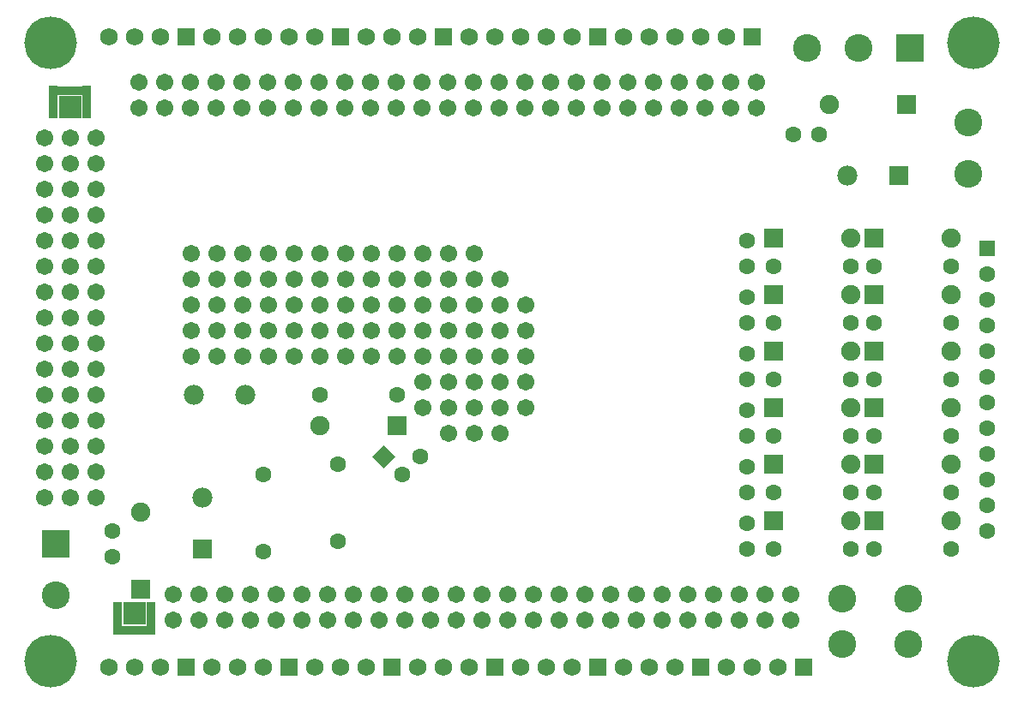
<source format=gts>
G04 (created by PCBNEW (2013-07-07 BZR 4022)-stable) date 11/04/2014 09:32:08*
%MOIN*%
G04 Gerber Fmt 3.4, Leading zero omitted, Abs format*
%FSLAX34Y34*%
G01*
G70*
G90*
G04 APERTURE LIST*
%ADD10C,0.00590551*%
%ADD11C,0.0670551*%
%ADD12R,0.088X0.088*%
%ADD13R,0.038X0.128*%
%ADD14R,0.128X0.038*%
%ADD15R,0.063X0.063*%
%ADD16C,0.063*%
%ADD17R,0.068X0.068*%
%ADD18C,0.068*%
%ADD19R,0.108X0.108*%
%ADD20C,0.108*%
%ADD21C,0.20485*%
%ADD22C,0.078*%
%ADD23R,0.078X0.078*%
%ADD24R,0.0749291X0.0749291*%
%ADD25C,0.0749291*%
G04 APERTURE END LIST*
G54D10*
G54D11*
X38300Y-34500D03*
X39300Y-34500D03*
X40300Y-34500D03*
X38300Y-35500D03*
X39300Y-35500D03*
X40300Y-35500D03*
X38300Y-36500D03*
X39300Y-36500D03*
X40300Y-36500D03*
X38300Y-37500D03*
X39300Y-37500D03*
X40300Y-37500D03*
X38300Y-38500D03*
X39300Y-38500D03*
X40300Y-38500D03*
X38300Y-39500D03*
X39300Y-39500D03*
X40300Y-39500D03*
X38300Y-40500D03*
X39300Y-40500D03*
X40300Y-40500D03*
X38300Y-41500D03*
X39300Y-41500D03*
X40300Y-41500D03*
X38300Y-42500D03*
X39300Y-42500D03*
X40300Y-42500D03*
X38300Y-43500D03*
X39300Y-43500D03*
X40300Y-43500D03*
X38300Y-44500D03*
X39300Y-44500D03*
X40300Y-44500D03*
X38300Y-45500D03*
X39300Y-45500D03*
X40300Y-45500D03*
X38300Y-46500D03*
X39300Y-46500D03*
X40300Y-46500D03*
X38300Y-47500D03*
X39300Y-47500D03*
X40300Y-47500D03*
X38300Y-48500D03*
X39300Y-48500D03*
X40300Y-48500D03*
G54D12*
X39300Y-33300D03*
G54D13*
X38650Y-33100D03*
X39950Y-33100D03*
G54D14*
X39250Y-32650D03*
G54D12*
X41800Y-53000D03*
G54D13*
X42450Y-53200D03*
X41150Y-53200D03*
G54D14*
X41850Y-53650D03*
G54D11*
X57000Y-42000D03*
X57000Y-41000D03*
X57000Y-43000D03*
X57000Y-44000D03*
X57000Y-45000D03*
X67300Y-52269D03*
X67300Y-53269D03*
X66300Y-52269D03*
X66300Y-53269D03*
X65300Y-52269D03*
X65300Y-53269D03*
X64300Y-52269D03*
X64300Y-53269D03*
X63300Y-52269D03*
X63300Y-53269D03*
X62300Y-52269D03*
X62300Y-53269D03*
X61300Y-52269D03*
X61300Y-53269D03*
X60300Y-52269D03*
X60300Y-53269D03*
X59300Y-52269D03*
X59300Y-53269D03*
X58300Y-52269D03*
X58300Y-53269D03*
X57300Y-52269D03*
X57300Y-53269D03*
X56300Y-52269D03*
X56300Y-53269D03*
X55300Y-52269D03*
X55300Y-53269D03*
X54300Y-52269D03*
X54300Y-53269D03*
X53300Y-52269D03*
X53300Y-53269D03*
X52300Y-52269D03*
X52300Y-53269D03*
X51300Y-52269D03*
X51300Y-53269D03*
X50300Y-52269D03*
X50300Y-53269D03*
X49300Y-52269D03*
X49300Y-53269D03*
X48300Y-52269D03*
X48300Y-53269D03*
X47300Y-52269D03*
X47300Y-53269D03*
X46300Y-52269D03*
X46300Y-53269D03*
X45300Y-52269D03*
X45300Y-53269D03*
X44300Y-52269D03*
X44300Y-53269D03*
X43300Y-52269D03*
X43300Y-53269D03*
G54D15*
X74950Y-38800D03*
G54D16*
X74950Y-39800D03*
X74950Y-40800D03*
X74950Y-41800D03*
X74950Y-42800D03*
X74950Y-43800D03*
X74950Y-44800D03*
X74950Y-45800D03*
X74950Y-46800D03*
X74950Y-47800D03*
X74950Y-48800D03*
X74950Y-49800D03*
G54D17*
X47800Y-55100D03*
G54D18*
X46800Y-55100D03*
X45800Y-55100D03*
X44800Y-55100D03*
G54D17*
X53800Y-30550D03*
G54D18*
X52800Y-30550D03*
X51800Y-30550D03*
X50800Y-30550D03*
G54D17*
X59800Y-55100D03*
G54D18*
X58800Y-55100D03*
X57800Y-55100D03*
X56800Y-55100D03*
G54D17*
X43800Y-55100D03*
G54D18*
X42800Y-55100D03*
X41800Y-55100D03*
X40800Y-55100D03*
G54D17*
X51800Y-55100D03*
G54D18*
X50800Y-55100D03*
X49800Y-55100D03*
X48800Y-55100D03*
G54D17*
X63800Y-55100D03*
G54D18*
X62800Y-55100D03*
X61800Y-55100D03*
X60800Y-55100D03*
G54D17*
X43800Y-30550D03*
G54D18*
X42800Y-30550D03*
X41800Y-30550D03*
X40800Y-30550D03*
G54D17*
X67800Y-55100D03*
G54D18*
X66800Y-55100D03*
X65800Y-55100D03*
X64800Y-55100D03*
G54D17*
X55800Y-55100D03*
G54D18*
X54800Y-55100D03*
X53800Y-55100D03*
X52800Y-55100D03*
G54D11*
X65987Y-32329D03*
X65987Y-33329D03*
X64987Y-32329D03*
X64987Y-33329D03*
X63987Y-32329D03*
X63987Y-33329D03*
X62987Y-32329D03*
X62987Y-33329D03*
X61987Y-32329D03*
X61987Y-33329D03*
X60987Y-32329D03*
X60987Y-33329D03*
X59987Y-32329D03*
X59987Y-33329D03*
X58987Y-32329D03*
X58987Y-33329D03*
X57987Y-32329D03*
X57987Y-33329D03*
X56987Y-32329D03*
X56987Y-33329D03*
X55987Y-32329D03*
X55987Y-33329D03*
X54987Y-32329D03*
X54987Y-33329D03*
X53987Y-32329D03*
X53987Y-33329D03*
X52987Y-32329D03*
X52987Y-33329D03*
X51987Y-32329D03*
X51987Y-33329D03*
X50987Y-32329D03*
X50987Y-33329D03*
X49987Y-32329D03*
X49987Y-33329D03*
X48987Y-32329D03*
X48987Y-33329D03*
X47987Y-32329D03*
X47987Y-33329D03*
X46987Y-32329D03*
X46987Y-33329D03*
X45987Y-32329D03*
X45987Y-33329D03*
X44987Y-32329D03*
X44987Y-33329D03*
X43987Y-32329D03*
X43987Y-33329D03*
X42987Y-32329D03*
X42987Y-33329D03*
X41987Y-32329D03*
X41987Y-33329D03*
G54D17*
X59800Y-30550D03*
G54D18*
X58800Y-30550D03*
X57800Y-30550D03*
X56800Y-30550D03*
X55800Y-30550D03*
X54800Y-30550D03*
G54D17*
X65800Y-30550D03*
G54D18*
X64800Y-30550D03*
X63800Y-30550D03*
X62800Y-30550D03*
X61800Y-30550D03*
X60800Y-30550D03*
G54D17*
X49800Y-30550D03*
G54D18*
X48800Y-30550D03*
X47800Y-30550D03*
X46800Y-30550D03*
X45800Y-30550D03*
X44800Y-30550D03*
G54D19*
X38750Y-50300D03*
G54D20*
X38750Y-52300D03*
G54D16*
X65600Y-45100D03*
X65600Y-46100D03*
G54D21*
X38550Y-54850D03*
X38550Y-30800D03*
X74400Y-30800D03*
X74400Y-54850D03*
G54D22*
X44100Y-44500D03*
X46100Y-44500D03*
G54D20*
X71879Y-52414D03*
X69320Y-52414D03*
X69320Y-54185D03*
X71879Y-54185D03*
G54D19*
X71950Y-31000D03*
G54D20*
X69950Y-31000D03*
X67950Y-31000D03*
G54D16*
X65600Y-47300D03*
X65600Y-48300D03*
X65600Y-49500D03*
X65600Y-50500D03*
X68400Y-34350D03*
X67400Y-34350D03*
X46800Y-50600D03*
X46800Y-47600D03*
X73550Y-43900D03*
X70550Y-43900D03*
X69650Y-43900D03*
X66650Y-43900D03*
X73550Y-46100D03*
X70550Y-46100D03*
X69650Y-41700D03*
X66650Y-41700D03*
X73550Y-41700D03*
X70550Y-41700D03*
X69650Y-46100D03*
X66650Y-46100D03*
X69650Y-48300D03*
X66650Y-48300D03*
X69650Y-39500D03*
X66650Y-39500D03*
X73550Y-39500D03*
X70550Y-39500D03*
X73550Y-50500D03*
X70550Y-50500D03*
X69650Y-50500D03*
X66650Y-50500D03*
X73550Y-48300D03*
X70550Y-48300D03*
X49700Y-50200D03*
X49700Y-47200D03*
X49000Y-44500D03*
X52000Y-44500D03*
G54D20*
X74200Y-35900D03*
X74200Y-33900D03*
G54D10*
G36*
X51938Y-46900D02*
X51492Y-47345D01*
X51047Y-46900D01*
X51492Y-46454D01*
X51938Y-46900D01*
X51938Y-46900D01*
G37*
G54D16*
X52200Y-47607D03*
X52907Y-46900D03*
X65600Y-42900D03*
X65600Y-43900D03*
X40950Y-50800D03*
X40950Y-49800D03*
X65600Y-40700D03*
X65600Y-41700D03*
X65600Y-38500D03*
X65600Y-39500D03*
G54D23*
X71500Y-35950D03*
G54D22*
X69500Y-35950D03*
G54D23*
X44450Y-50500D03*
G54D22*
X44450Y-48500D03*
G54D24*
X70550Y-40600D03*
G54D25*
X73550Y-40600D03*
G54D24*
X52000Y-45700D03*
G54D25*
X49000Y-45700D03*
G54D24*
X42050Y-52050D03*
G54D25*
X42050Y-49050D03*
G54D24*
X71800Y-33200D03*
G54D25*
X68800Y-33200D03*
G54D24*
X70550Y-49400D03*
G54D25*
X73550Y-49400D03*
G54D24*
X66650Y-49400D03*
G54D25*
X69650Y-49400D03*
G54D24*
X70550Y-47200D03*
G54D25*
X73550Y-47200D03*
G54D24*
X66650Y-47200D03*
G54D25*
X69650Y-47200D03*
G54D24*
X66650Y-38400D03*
G54D25*
X69650Y-38400D03*
G54D24*
X70550Y-45000D03*
G54D25*
X73550Y-45000D03*
G54D24*
X66650Y-45000D03*
G54D25*
X69650Y-45000D03*
G54D24*
X70550Y-38400D03*
G54D25*
X73550Y-38400D03*
G54D24*
X66650Y-40600D03*
G54D25*
X69650Y-40600D03*
G54D24*
X70550Y-42800D03*
G54D25*
X73550Y-42800D03*
G54D24*
X66650Y-42800D03*
G54D25*
X69650Y-42800D03*
G54D11*
X56000Y-41000D03*
X55000Y-41000D03*
X54000Y-41000D03*
X53000Y-41000D03*
X52000Y-41000D03*
X52000Y-40000D03*
X52000Y-39000D03*
X53000Y-39000D03*
X53000Y-40000D03*
X54000Y-39000D03*
X54000Y-40000D03*
X55000Y-40000D03*
X56000Y-42000D03*
X55000Y-42000D03*
X54000Y-42000D03*
X53000Y-42000D03*
X52000Y-42000D03*
X52000Y-43000D03*
X53000Y-43000D03*
X54000Y-43000D03*
X55000Y-43000D03*
X56000Y-43000D03*
X53000Y-44000D03*
X54000Y-44000D03*
X55000Y-44000D03*
X56000Y-44000D03*
X56000Y-45000D03*
X56000Y-46000D03*
X55000Y-46000D03*
X54000Y-45000D03*
X54000Y-46000D03*
X53000Y-45000D03*
X55000Y-45000D03*
X51000Y-43000D03*
X50000Y-43000D03*
X49000Y-43000D03*
X48000Y-43000D03*
X47000Y-43000D03*
X46000Y-43000D03*
X45000Y-43000D03*
X44000Y-43000D03*
X44000Y-42000D03*
X44000Y-41000D03*
X44000Y-40000D03*
X44000Y-39000D03*
X45000Y-39000D03*
X46000Y-39000D03*
X47000Y-39000D03*
X48000Y-39000D03*
X49000Y-39000D03*
X50000Y-39000D03*
X51000Y-39000D03*
X55000Y-39000D03*
X56000Y-40000D03*
X51000Y-40000D03*
X51000Y-41000D03*
X51000Y-42000D03*
X50000Y-42000D03*
X49000Y-42000D03*
X48000Y-42000D03*
X47000Y-42000D03*
X46000Y-42000D03*
X45000Y-42000D03*
X45000Y-41000D03*
X45000Y-40000D03*
X46000Y-40000D03*
X47000Y-40000D03*
X48000Y-40000D03*
X49000Y-40000D03*
X50000Y-40000D03*
X50000Y-41000D03*
X49000Y-41000D03*
X48000Y-41000D03*
X47000Y-41000D03*
X46000Y-41000D03*
M02*

</source>
